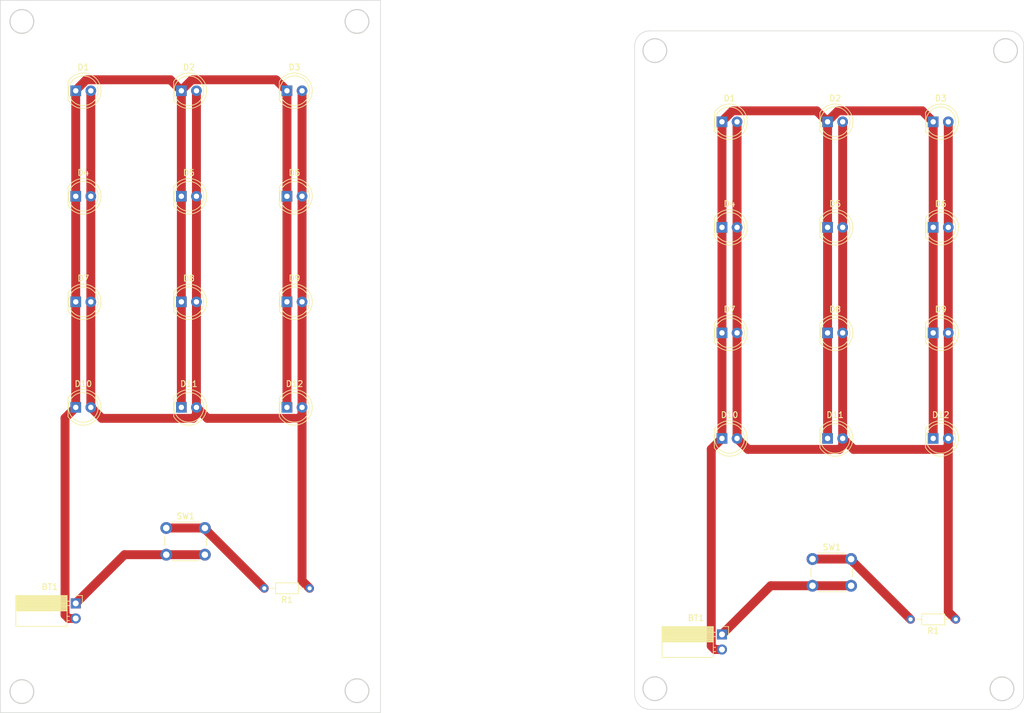
<source format=kicad_pcb>
(kicad_pcb (version 20221018) (generator pcbnew)
  (layers (0 "F.Cu" signal) (31 "B.Cu" signal) (34 "B.Paste" user) (35 "F.Paste" user) (36 "B.SilkS" user "B.Silkscreen") (37 "F.SilkS" user "F.Silkscreen") (38 "B.Mask" user) (39 "F.Mask" user) (44 "Edge.Cuts" user))
  (net 0 "")
  (net 1 "Net-(BT1-+)")
  (net 2 "Net-(BT1--)")
  (net 3 "Net-(D1-A)")
  (net 4 "Net-(R1-Pad2)")
  (footprint "LED_THT:LED_D5.0mm" (layer "F.Cu") (at 145.803949 82.950245)
    (fp_text reference "D12" (at 1.27 -3.96) (layer "F.SilkS"))
    (fp_text value "LED")
    (fp_line (start -1.29 -1.545) (end -1.29 1.545) (stroke (width 0.12)) (layer "F.SilkS"))
    (fp_arc (start -1.29 -1.54483) (mid 2.072002 -2.880433) (end 4.26 0.000462) (stroke (width 0.12)) (layer "F.SilkS"))
    (fp_arc (start 4.26 -0.000462) (mid 2.072002 2.880433) (end -1.29 1.54483) (stroke (width 0.12)) (layer "F.SilkS"))
    (fp_circle (center 1.27 0) (end 3.77 0) (stroke (width 0.12)) (fill none) (layer "F.SilkS"))
    (pad "1" thru_hole rect (at 0 0) (size 1.8 1.8) (drill 0.9) (layers "*.Cu" "*.Mask") (net 2 "Net-(BT1--)"))
    (pad "2" thru_hole circle (at 2.54 0) (size 1.8 1.8) (drill 0.9) (layers "*.Cu" "*.Mask") (net 3 "Net-(D1-A)"))
  )
  (footprint "Resistor_THT:R_Axial_DIN0204_L3.6mm_D1.6mm_P7.62mm_Horizontal" (layer "F.Cu") (at 40.820591 108.199114 180)
    (fp_text reference "R1" (at 3.81 -1.92) (layer "F.SilkS"))
    (fp_text value "R_Small")
    (fp_line (start 0.94 0) (end 1.89 0) (stroke (width 0.12)) (layer "F.SilkS"))
    (fp_line (start 1.89 -0.92) (end 1.89 0.92) (stroke (width 0.12)) (layer "F.SilkS"))
    (fp_line (start 1.89 0.92) (end 5.73 0.92) (stroke (width 0.12)) (layer "F.SilkS"))
    (fp_line (start 5.73 -0.92) (end 1.89 -0.92) (stroke (width 0.12)) (layer "F.SilkS"))
    (fp_line (start 5.73 0.92) (end 5.73 -0.92) (stroke (width 0.12)) (layer "F.SilkS"))
    (fp_line (start 6.68 0) (end 5.73 0) (stroke (width 0.12)) (layer "F.SilkS"))
    (pad "1" thru_hole circle (at 0 0 180) (size 1.4 1.4) (drill 0.7) (layers "*.Cu" "*.Mask") (net 3 "Net-(D1-A)"))
    (pad "2" thru_hole oval (at 7.62 0 180) (size 1.4 1.4) (drill 0.7) (layers "*.Cu" "*.Mask") (net 4 "Net-(R1-Pad2)"))
  )
  (footprint "LED_THT:LED_D5.0mm" (layer "F.Cu") (at 19.230591 59.939114)
    (fp_text reference "D8" (at 1.27 -3.96) (layer "F.SilkS"))
    (fp_text value "LED")
    (fp_line (start -1.29 -1.545) (end -1.29 1.545) (stroke (width 0.12)) (layer "F.SilkS"))
    (fp_arc (start -1.29 -1.54483) (mid 2.072002 -2.880433) (end 4.26 0.000462) (stroke (width 0.12)) (layer "F.SilkS"))
    (fp_arc (start 4.26 -0.000462) (mid 2.072002 2.880433) (end -1.29 1.54483) (stroke (width 0.12)) (layer "F.SilkS"))
    (fp_circle (center 1.27 0) (end 3.77 0) (stroke (width 0.12)) (fill none) (layer "F.SilkS"))
    (pad "1" thru_hole rect (at 0 0) (size 1.8 1.8) (drill 0.9) (layers "*.Cu" "*.Mask") (net 2 "Net-(BT1--)"))
    (pad "2" thru_hole circle (at 2.54 0) (size 1.8 1.8) (drill 0.9) (layers "*.Cu" "*.Mask") (net 3 "Net-(D1-A)"))
  )
  (footprint "Connector_PinSocket_2.54mm:PinSocket_1x02_P2.54mm_Horizontal" (layer "F.Cu") (at 110.243949 115.970245)
    (fp_text reference "BT1" (at -4.38 -2.77) (layer "F.SilkS"))
    (fp_text value "Battery")
    (fp_line (start -10.09 -1.33) (end -10.09 3.87) (stroke (width 0.12)) (layer "F.SilkS"))
    (fp_line (start -10.09 -1.33) (end -1.46 -1.33) (stroke (width 0.12)) (layer "F.SilkS"))
    (fp_line (start -10.09 -1.21) (end -1.46 -1.21) (stroke (width 0.12)) (layer "F.SilkS"))
    (fp_line (start -10.09 -1.091905) (end -1.46 -1.091905) (stroke (width 0.12)) (layer "F.SilkS"))
    (fp_line (start -10.09 -0.97381) (end -1.46 -0.97381) (stroke (width 0.12)) (layer "F.SilkS"))
    (fp_line (start -10.09 -0.855715) (end -1.46 -0.855715) (stroke (width 0.12)) (layer "F.SilkS"))
    (fp_line (start -10.09 -0.73762) (end -1.46 -0.73762) (stroke (width 0.12)) (layer "F.SilkS"))
    (fp_line (start -10.09 -0.619525) (end -1.46 -0.619525) (stroke (width 0.12)) (layer "F.SilkS"))
    (fp_line (start -10.09 -0.50143) (end -1.46 -0.50143) (stroke (width 0.12)) (layer "F.SilkS"))
    (fp_line (start -10.09 -0.383335) (end -1.46 -0.383335) (stroke (width 0.12)) (layer "F.SilkS"))
    (fp_line (start -10.09 -0.26524) (end -1.46 -0.26524) (stroke (width 0.12)) (layer "F.SilkS"))
    (fp_line (start -10.09 -0.147145) (end -1.46 -0.147145) (stroke (width 0.12)) (layer "F.SilkS"))
    (fp_line (start -10.09 -0.02905) (end -1.46 -0.02905) (stroke (width 0.12)) (layer "F.SilkS"))
    (fp_line (start -10.09 0.089045) (end -1.46 0.089045) (stroke (width 0.12)) (layer "F.SilkS"))
    (fp_line (start -10.09 0.20714) (end -1.46 0.20714) (stroke (width 0.12)) (layer "F.SilkS"))
    (fp_line (start -10.09 0.325235) (end -1.46 0.325235) (stroke (width 0.12)) (layer "F.SilkS"))
    (fp_line (start -10.09 0.44333) (end -1.46 0.44333) (stroke (width 0.12)) (layer "F.SilkS"))
    (fp_line (start -10.09 0.561425) (end -1.46 0.561425) (stroke (width 0.12)) (layer "F.SilkS"))
    (fp_line (start -10.09 0.67952) (end -1.46 0.67952) (stroke (width 0.12)) (layer "F.SilkS"))
    (fp_line (start -10.09 0.797615) (end -1.46 0.797615) (stroke (width 0.12)) (layer "F.SilkS"))
    (fp_line (start -10.09 0.91571) (end -1.46 0.91571) (stroke (width 0.12)) (layer "F.SilkS"))
    (fp_line (start -10.09 1.033805) (end -1.46 1.033805) (stroke (width 0.12)) (layer "F.SilkS"))
    (fp_line (start -10.09 1.1519) (end -1.46 1.1519) (stroke (width 0.12)) (layer "F.SilkS"))
    (fp_line (start -10.09 1.27) (end -1.46 1.27) (stroke (width 0.12)) (layer "F.SilkS"))
    (fp_line (start -10.09 3.87) (end -1.46 3.87) (stroke (width 0.12)) (layer "F.SilkS"))
    (fp_line (start -1.46 -1.33) (end -1.46 3.87) (stroke (width 0.12)) (layer "F.SilkS"))
    (fp_line (start -1.46 -0.36) (end -1.11 -0.36) (stroke (width 0.12)) (layer "F.SilkS"))
    (fp_line (start -1.46 0.36) (end -1.11 0.36) (stroke (width 0.12)) (layer "F.SilkS"))
    (fp_line (start -1.46 2.18) (end -1.05 2.18) (stroke (width 0.12)) (layer "F.SilkS"))
    (fp_line (start -1.46 2.9) (end -1.05 2.9) (stroke (width 0.12)) (layer "F.SilkS"))
    (fp_line (start 0 -1.33) (end 1.11 -1.33) (stroke (width 0.12)) (layer "F.SilkS"))
    (fp_line (start 1.11 -1.33) (end 1.11 0) (stroke (width 0.12)) (layer "F.SilkS"))
    (pad "1" thru_hole rect (at 0 0) (size 1.7 1.7) (drill 1) (layers "*.Cu" "*.Mask") (net 1 "Net-(BT1-+)"))
    (pad "2" thru_hole oval (at 0 2.54) (size 1.7 1.7) (drill 1) (layers "*.Cu" "*.Mask") (net 2 "Net-(BT1--)"))
  )
  (footprint "Resistor_THT:R_Axial_DIN0204_L3.6mm_D1.6mm_P7.62mm_Horizontal" (layer "F.Cu") (at 149.613949 113.430245 180)
    (fp_text reference "R1" (at 3.81 -1.92) (layer "F.SilkS"))
    (fp_text value "R_Small")
    (fp_line (start 0.94 0) (end 1.89 0) (stroke (width 0.12)) (layer "F.SilkS"))
    (fp_line (start 1.89 -0.92) (end 1.89 0.92) (stroke (width 0.12)) (layer "F.SilkS"))
    (fp_line (start 1.89 0.92) (end 5.73 0.92) (stroke (width 0.12)) (layer "F.SilkS"))
    (fp_line (start 5.73 -0.92) (end 1.89 -0.92) (stroke (width 0.12)) (layer "F.SilkS"))
    (fp_line (start 5.73 0.92) (end 5.73 -0.92) (stroke (width 0.12)) (layer "F.SilkS"))
    (fp_line (start 6.68 0) (end 5.73 0) (stroke (width 0.12)) (layer "F.SilkS"))
    (pad "1" thru_hole circle (at 0 0 180) (size 1.4 1.4) (drill 0.7) (layers "*.Cu" "*.Mask") (net 3 "Net-(D1-A)"))
    (pad "2" thru_hole oval (at 7.62 0 180) (size 1.4 1.4) (drill 0.7) (layers "*.Cu" "*.Mask") (net 4 "Net-(R1-Pad2)"))
  )
  (footprint "Button_Switch_THT:SW_PUSH_6mm" (layer "F.Cu") (at 125.483949 103.270245)
    (fp_text reference "SW1" (at 3.25 -2) (layer "F.SilkS"))
    (fp_text value "SW_Push")
    (fp_line (start -0.25 1.5) (end -0.25 3) (stroke (width 0.12)) (layer "F.SilkS"))
    (fp_line (start 1 5.5) (end 5.5 5.5) (stroke (width 0.12)) (layer "F.SilkS"))
    (fp_line (start 5.5 -1) (end 1 -1) (stroke (width 0.12)) (layer "F.SilkS"))
    (fp_line (start 6.75 3) (end 6.75 1.5) (stroke (width 0.12)) (layer "F.SilkS"))
    (pad "1" thru_hole circle (at 0 0 90) (size 2 2) (drill 1.1) (layers "*.Cu" "*.Mask") (net 4 "Net-(R1-Pad2)"))
    (pad "1" thru_hole circle (at 6.5 0 90) (size 2 2) (drill 1.1) (layers "*.Cu" "*.Mask") (net 4 "Net-(R1-Pad2)"))
    (pad "2" thru_hole circle (at 0 4.5 90) (size 2 2) (drill 1.1) (layers "*.Cu" "*.Mask") (net 1 "Net-(BT1-+)"))
    (pad "2" thru_hole circle (at 6.5 4.5 90) (size 2 2) (drill 1.1) (layers "*.Cu" "*.Mask") (net 1 "Net-(BT1-+)"))
  )
  (footprint "Button_Switch_THT:SW_PUSH_6mm" (layer "F.Cu") (at 16.690591 98.039114)
    (fp_text reference "SW1" (at 3.25 -2) (layer "F.SilkS"))
    (fp_text value "SW_Push")
    (fp_line (start -0.25 1.5) (end -0.25 3) (stroke (width 0.12)) (layer "F.SilkS"))
    (fp_line (start 1 5.5) (end 5.5 5.5) (stroke (width 0.12)) (layer "F.SilkS"))
    (fp_line (start 5.5 -1) (end 1 -1) (stroke (width 0.12)) (layer "F.SilkS"))
    (fp_line (start 6.75 3) (end 6.75 1.5) (stroke (width 0.12)) (layer "F.SilkS"))
    (pad "1" thru_hole circle (at 0 0 90) (size 2 2) (drill 1.1) (layers "*.Cu" "*.Mask") (net 4 "Net-(R1-Pad2)"))
    (pad "1" thru_hole circle (at 6.5 0 90) (size 2 2) (drill 1.1) (layers "*.Cu" "*.Mask") (net 4 "Net-(R1-Pad2)"))
    (pad "2" thru_hole circle (at 0 4.5 90) (size 2 2) (drill 1.1) (layers "*.Cu" "*.Mask") (net 1 "Net-(BT1-+)"))
    (pad "2" thru_hole circle (at 6.5 4.5 90) (size 2 2) (drill 1.1) (layers "*.Cu" "*.Mask") (net 1 "Net-(BT1-+)"))
  )
  (footprint "LED_THT:LED_D5.0mm" (layer "F.Cu") (at 145.803949 47.390245)
    (fp_text reference "D6" (at 1.27 -3.96) (layer "F.SilkS"))
    (fp_text value "LED")
    (fp_line (start -1.29 -1.545) (end -1.29 1.545) (stroke (width 0.12)) (layer "F.SilkS"))
    (fp_arc (start -1.29 -1.54483) (mid 2.072002 -2.880433) (end 4.26 0.000462) (stroke (width 0.12)) (layer "F.SilkS"))
    (fp_arc (start 4.26 -0.000462) (mid 2.072002 2.880433) (end -1.29 1.54483) (stroke (width 0.12)) (layer "F.SilkS"))
    (fp_circle (center 1.27 0) (end 3.77 0) (stroke (width 0.12)) (fill none) (layer "F.SilkS"))
    (pad "1" thru_hole rect (at 0 0) (size 1.8 1.8) (drill 0.9) (layers "*.Cu" "*.Mask") (net 2 "Net-(BT1--)"))
    (pad "2" thru_hole circle (at 2.54 0) (size 1.8 1.8) (drill 0.9) (layers "*.Cu" "*.Mask") (net 3 "Net-(D1-A)"))
  )
  (footprint "LED_THT:LED_D5.0mm" (layer "F.Cu") (at 145.803949 29.610245)
    (fp_text reference "D3" (at 1.27 -3.96) (layer "F.SilkS"))
    (fp_text value "LED")
    (fp_line (start -1.29 -1.545) (end -1.29 1.545) (stroke (width 0.12)) (layer "F.SilkS"))
    (fp_arc (start -1.29 -1.54483) (mid 2.072002 -2.880433) (end 4.26 0.000462) (stroke (width 0.12)) (layer "F.SilkS"))
    (fp_arc (start 4.26 -0.000462) (mid 2.072002 2.880433) (end -1.29 1.54483) (stroke (width 0.12)) (layer "F.SilkS"))
    (fp_circle (center 1.27 0) (end 3.77 0) (stroke (width 0.12)) (fill none) (layer "F.SilkS"))
    (pad "1" thru_hole rect (at 0 0) (size 1.8 1.8) (drill 0.9) (layers "*.Cu" "*.Mask") (net 2 "Net-(BT1--)"))
    (pad "2" thru_hole circle (at 2.54 0) (size 1.8 1.8) (drill 0.9) (layers "*.Cu" "*.Mask") (net 3 "Net-(D1-A)"))
  )
  (footprint "LED_THT:LED_D5.0mm" (layer "F.Cu") (at 145.803949 65.170245)
    (fp_text reference "D9" (at 1.27 -3.96) (layer "F.SilkS"))
    (fp_text value "LED")
    (fp_line (start -1.29 -1.545) (end -1.29 1.545) (stroke (width 0.12)) (layer "F.SilkS"))
    (fp_arc (start -1.29 -1.54483) (mid 2.072002 -2.880433) (end 4.26 0.000462) (stroke (width 0.12)) (layer "F.SilkS"))
    (fp_arc (start 4.26 -0.000462) (mid 2.072002 2.880433) (end -1.29 1.54483) (stroke (width 0.12)) (layer "F.SilkS"))
    (fp_circle (center 1.27 0) (end 3.77 0) (stroke (width 0.12)) (fill none) (layer "F.SilkS"))
    (pad "1" thru_hole rect (at 0 0) (size 1.8 1.8) (drill 0.9) (layers "*.Cu" "*.Mask") (net 2 "Net-(BT1--)"))
    (pad "2" thru_hole circle (at 2.54 0) (size 1.8 1.8) (drill 0.9) (layers "*.Cu" "*.Mask") (net 3 "Net-(D1-A)"))
  )
  (footprint "LED_THT:LED_D5.0mm" (layer "F.Cu") (at 1.450591 24.379114)
    (fp_text reference "D1" (at 1.27 -3.96) (layer "F.SilkS"))
    (fp_text value "LED")
    (fp_line (start -1.29 -1.545) (end -1.29 1.545) (stroke (width 0.12)) (layer "F.SilkS"))
    (fp_arc (start -1.29 -1.54483) (mid 2.072002 -2.880433) (end 4.26 0.000462) (stroke (width 0.12)) (layer "F.SilkS"))
    (fp_arc (start 4.26 -0.000462) (mid 2.072002 2.880433) (end -1.29 1.54483) (stroke (width 0.12)) (layer "F.SilkS"))
    (fp_circle (center 1.27 0) (end 3.77 0) (stroke (width 0.12)) (fill none) (layer "F.SilkS"))
    (pad "1" thru_hole rect (at 0 0) (size 1.8 1.8) (drill 0.9) (layers "*.Cu" "*.Mask") (net 2 "Net-(BT1--)"))
    (pad "2" thru_hole circle (at 2.54 0) (size 1.8 1.8) (drill 0.9) (layers "*.Cu" "*.Mask") (net 3 "Net-(D1-A)"))
  )
  (footprint "LED_THT:LED_D5.0mm" (layer "F.Cu") (at 128.023949 47.390245)
    (fp_text reference "D5" (at 1.27 -3.96) (layer "F.SilkS"))
    (fp_text value "LED")
    (fp_line (start -1.29 -1.545) (end -1.29 1.545) (stroke (width 0.12)) (layer "F.SilkS"))
    (fp_arc (start -1.29 -1.54483) (mid 2.072002 -2.880433) (end 4.26 0.000462) (stroke (width 0.12)) (layer "F.SilkS"))
    (fp_arc (start 4.26 -0.000462) (mid 2.072002 2.880433) (end -1.29 1.54483) (stroke (width 0.12)) (layer "F.SilkS"))
    (fp_circle (center 1.27 0) (end 3.77 0) (stroke (width 0.12)) (fill none) (layer "F.SilkS"))
    (pad "1" thru_hole rect (at 0 0) (size 1.8 1.8) (drill 0.9) (layers "*.Cu" "*.Mask") (net 2 "Net-(BT1--)"))
    (pad "2" thru_hole circle (at 2.54 0) (size 1.8 1.8) (drill 0.9) (layers "*.Cu" "*.Mask") (net 3 "Net-(D1-A)"))
  )
  (footprint "LED_THT:LED_D5.0mm" (layer "F.Cu") (at 128.023949 82.950245)
    (fp_text reference "D11" (at 1.27 -3.96) (layer "F.SilkS"))
    (fp_text value "LED")
    (fp_line (start -1.29 -1.545) (end -1.29 1.545) (stroke (width 0.12)) (layer "F.SilkS"))
    (fp_arc (start -1.29 -1.54483) (mid 2.072002 -2.880433) (end 4.26 0.000462) (stroke (width 0.12)) (layer "F.SilkS"))
    (fp_arc (start 4.26 -0.000462) (mid 2.072002 2.880433) (end -1.29 1.54483) (stroke (width 0.12)) (layer "F.SilkS"))
    (fp_circle (center 1.27 0) (end 3.77 0) (stroke (width 0.12)) (fill none) (layer "F.SilkS"))
    (pad "1" thru_hole rect (at 0 0) (size 1.8 1.8) (drill 0.9) (layers "*.Cu" "*.Mask") (net 2 "Net-(BT1--)"))
    (pad "2" thru_hole circle (at 2.54 0) (size 1.8 1.8) (drill 0.9) (layers "*.Cu" "*.Mask") (net 3 "Net-(D1-A)"))
  )
  (footprint "LED_THT:LED_D5.0mm" (layer "F.Cu") (at 19.230591 24.379114)
    (fp_text reference "D2" (at 1.27 -3.96) (layer "F.SilkS"))
    (fp_text value "LED")
    (fp_line (start -1.29 -1.545) (end -1.29 1.545) (stroke (width 0.12)) (layer "F.SilkS"))
    (fp_arc (start -1.29 -1.54483) (mid 2.072002 -2.880433) (end 4.26 0.000462) (stroke (width 0.12)) (layer "F.SilkS"))
    (fp_arc (start 4.26 -0.000462) (mid 2.072002 2.880433) (end -1.29 1.54483) (stroke (width 0.12)) (layer "F.SilkS"))
    (fp_circle (center 1.27 0) (end 3.77 0) (stroke (width 0.12)) (fill none) (layer "F.SilkS"))
    (pad "1" thru_hole rect (at 0 0) (size 1.8 1.8) (drill 0.9) (layers "*.Cu" "*.Mask") (net 2 "Net-(BT1--)"))
    (pad "2" thru_hole circle (at 2.54 0) (size 1.8 1.8) (drill 0.9) (layers "*.Cu" "*.Mask") (net 3 "Net-(D1-A)"))
  )
  (footprint "LED_THT:LED_D5.0mm" (layer "F.Cu") (at 128.023949 29.610245)
    (fp_text reference "D2" (at 1.27 -3.96) (layer "F.SilkS"))
    (fp_text value "LED")
    (fp_line (start -1.29 -1.545) (end -1.29 1.545) (stroke (width 0.12)) (layer "F.SilkS"))
    (fp_arc (start -1.29 -1.54483) (mid 2.072002 -2.880433) (end 4.26 0.000462) (stroke (width 0.12)) (layer "F.SilkS"))
    (fp_arc (start 4.26 -0.000462) (mid 2.072002 2.880433) (end -1.29 1.54483) (stroke (width 0.12)) (layer "F.SilkS"))
    (fp_circle (center 1.27 0) (end 3.77 0) (stroke (width 0.12)) (fill none) (layer "F.SilkS"))
    (pad "1" thru_hole rect (at 0 0) (size 1.8 1.8) (drill 0.9) (layers "*.Cu" "*.Mask") (net 2 "Net-(BT1--)"))
    (pad "2" thru_hole circle (at 2.54 0) (size 1.8 1.8) (drill 0.9) (layers "*.Cu" "*.Mask") (net 3 "Net-(D1-A)"))
  )
  (footprint "LED_THT:LED_D5.0mm" (layer "F.Cu") (at 110.243949 82.950245)
    (fp_text reference "D10" (at 1.27 -3.96) (layer "F.SilkS"))
    (fp_text value "LED")
    (fp_line (start -1.29 -1.545) (end -1.29 1.545) (stroke (width 0.12)) (layer "F.SilkS"))
    (fp_arc (start -1.29 -1.54483) (mid 2.072002 -2.880433) (end 4.26 0.000462) (stroke (width 0.12)) (layer "F.SilkS"))
    (fp_arc (start 4.26 -0.000462) (mid 2.072002 2.880433) (end -1.29 1.54483) (stroke (width 0.12)) (layer "F.SilkS"))
    (fp_circle (center 1.27 0) (end 3.77 0) (stroke (width 0.12)) (fill none) (layer "F.SilkS"))
    (pad "1" thru_hole rect (at 0 0) (size 1.8 1.8) (drill 0.9) (layers "*.Cu" "*.Mask") (net 2 "Net-(BT1--)"))
    (pad "2" thru_hole circle (at 2.54 0) (size 1.8 1.8) (drill 0.9) (layers "*.Cu" "*.Mask") (net 3 "Net-(D1-A)"))
  )
  (footprint "LED_THT:LED_D5.0mm" (layer "F.Cu") (at 1.450591 42.159114)
    (fp_text reference "D4" (at 1.27 -3.96) (layer "F.SilkS"))
    (fp_text value "LED")
    (fp_line (start -1.29 -1.545) (end -1.29 1.545) (stroke (width 0.12)) (layer "F.SilkS"))
    (fp_arc (start -1.29 -1.54483) (mid 2.072002 -2.880433) (end 4.26 0.000462) (stroke (width 0.12)) (layer "F.SilkS"))
    (fp_arc (start 4.26 -0.000462) (mid 2.072002 2.880433) (end -1.29 1.54483) (stroke (width 0.12)) (layer "F.SilkS"))
    (fp_circle (center 1.27 0) (end 3.77 0) (stroke (width 0.12)) (fill none) (layer "F.SilkS"))
    (pad "1" thru_hole rect (at 0 0) (size 1.8 1.8) (drill 0.9) (layers "*.Cu" "*.Mask") (net 2 "Net-(BT1--)"))
    (pad "2" thru_hole circle (at 2.54 0) (size 1.8 1.8) (drill 0.9) (layers "*.Cu" "*.Mask") (net 3 "Net-(D1-A)"))
  )
  (footprint "LED_THT:LED_D5.0mm" (layer "F.Cu") (at 37.010591 42.159114)
    (fp_text reference "D6" (at 1.27 -3.96) (layer "F.SilkS"))
    (fp_text value "LED")
    (fp_line (start -1.29 -1.545) (end -1.29 1.545) (stroke (width 0.12)) (layer "F.SilkS"))
    (fp_arc (start -1.29 -1.54483) (mid 2.072002 -2.880433) (end 4.26 0.000462) (stroke (width 0.12)) (layer "F.SilkS"))
    (fp_arc (start 4.26 -0.000462) (mid 2.072002 2.880433) (end -1.29 1.54483) (stroke (width 0.12)) (layer "F.SilkS"))
    (fp_circle (center 1.27 0) (end 3.77 0) (stroke (width 0.12)) (fill none) (layer "F.SilkS"))
    (pad "1" thru_hole rect (at 0 0) (size 1.8 1.8) (drill 0.9) (layers "*.Cu" "*.Mask") (net 2 "Net-(BT1--)"))
    (pad "2" thru_hole circle (at 2.54 0) (size 1.8 1.8) (drill 0.9) (layers "*.Cu" "*.Mask") (net 3 "Net-(D1-A)"))
  )
  (footprint "LED_THT:LED_D5.0mm" (layer "F.Cu") (at 37.010591 77.719114)
    (fp_text reference "D12" (at 1.27 -3.96) (layer "F.SilkS"))
    (fp_text value "LED")
    (fp_line (start -1.29 -1.545) (end -1.29 1.545) (stroke (width 0.12)) (layer "F.SilkS"))
    (fp_arc (start -1.29 -1.54483) (mid 2.072002 -2.880433) (end 4.26 0.000462) (stroke (width 0.12)) (layer "F.SilkS"))
    (fp_arc (start 4.26 -0.000462) (mid 2.072002 2.880433) (end -1.29 1.54483) (stroke (width 0.12)) (layer "F.SilkS"))
    (fp_circle (center 1.27 0) (end 3.77 0) (stroke (width 0.12)) (fill none) (layer "F.SilkS"))
    (pad "1" thru_hole rect (at 0 0) (size 1.8 1.8) (drill 0.9) (layers "*.Cu" "*.Mask") (net 2 "Net-(BT1--)"))
    (pad "2" thru_hole circle (at 2.54 0) (size 1.8 1.8) (drill 0.9) (layers "*.Cu" "*.Mask") (net 3 "Net-(D1-A)"))
  )
  (footprint "LED_THT:LED_D5.0mm" (layer "F.Cu") (at 37.010591 59.939114)
    (fp_text reference "D9" (at 1.27 -3.96) (layer "F.SilkS"))
    (fp_text value "LED")
    (fp_line (start -1.29 -1.545) (end -1.29 1.545) (stroke (width 0.12)) (layer "F.SilkS"))
    (fp_arc (start -1.29 -1.54483) (mid 2.072002 -2.880433) (end 4.26 0.000462) (stroke (width 0.12)) (layer "F.SilkS"))
    (fp_arc (start 4.26 -0.000462) (mid 2.072002 2.880433) (end -1.29 1.54483) (stroke (width 0.12)) (layer "F.SilkS"))
    (fp_circle (center 1.27 0) (end 3.77 0) (stroke (width 0.12)) (fill none) (layer "F.SilkS"))
    (pad "1" thru_hole rect (at 0 0) (size 1.8 1.8) (drill 0.9) (layers "*.Cu" "*.Mask") (net 2 "Net-(BT1--)"))
    (pad "2" thru_hole circle (at 2.54 0) (size 1.8 1.8) (drill 0.9) (layers "*.Cu" "*.Mask") (net 3 "Net-(D1-A)"))
  )
  (footprint "LED_THT:LED_D5.0mm" (layer "F.Cu") (at 19.230591 42.159114)
    (fp_text reference "D5" (at 1.27 -3.96) (layer "F.SilkS"))
    (fp_text value "LED")
    (fp_line (start -1.29 -1.545) (end -1.29 1.545) (stroke (width 0.12)) (layer "F.SilkS"))
    (fp_arc (start -1.29 -1.54483) (mid 2.072002 -2.880433) (end 4.26 0.000462) (stroke (width 0.12)) (layer "F.SilkS"))
    (fp_arc (start 4.26 -0.000462) (mid 2.072002 2.880433) (end -1.29 1.54483) (stroke (width 0.12)) (layer "F.SilkS"))
    (fp_circle (center 1.27 0) (end 3.77 0) (stroke (width 0.12)) (fill none) (layer "F.SilkS"))
    (pad "1" thru_hole rect (at 0 0) (size 1.8 1.8) (drill 0.9) (layers "*.Cu" "*.Mask") (net 2 "Net-(BT1--)"))
    (pad "2" thru_hole circle (at 2.54 0) (size 1.8 1.8) (drill 0.9) (layers "*.Cu" "*.Mask") (net 3 "Net-(D1-A)"))
  )
  (footprint "LED_THT:LED_D5.0mm" (layer "F.Cu") (at 110.243949 29.610245)
    (fp_text reference "D1" (at 1.27 -3.96) (layer "F.SilkS"))
    (fp_text value "LED")
    (fp_line (start -1.29 -1.545) (end -1.29 1.545) (stroke (width 0.12)) (layer "F.SilkS"))
    (fp_arc (start -1.29 -1.54483) (mid 2.072002 -2.880433) (end 4.26 0.000462) (stroke (width 0.12)) (layer "F.SilkS"))
    (fp_arc (start 4.26 -0.000462) (mid 2.072002 2.880433) (end -1.29 1.54483) (stroke (width 0.12)) (layer "F.SilkS"))
    (fp_circle (center 1.27 0) (end 3.77 0) (stroke (width 0.12)) (fill none) (layer "F.SilkS"))
    (pad "1" thru_hole rect (at 0 0) (size 1.8 1.8) (drill 0.9) (layers "*.Cu" "*.Mask") (net 2 "Net-(BT1--)"))
    (pad "2" thru_hole circle (at 2.54 0) (size 1.8 1.8) (drill 0.9) (layers "*.Cu" "*.Mask") (net 3 "Net-(D1-A)"))
  )
  (footprint "LED_THT:LED_D5.0mm" (layer "F.Cu") (at 1.450591 77.719114)
    (fp_text reference "D10" (at 1.27 -3.96) (layer "F.SilkS"))
    (fp_text value "LED")
    (fp_line (start -1.29 -1.545) (end -1.29 1.545) (stroke (width 0.12)) (layer "F.SilkS"))
    (fp_arc (start -1.29 -1.54483) (mid 2.072002 -2.880433) (end 4.26 0.000462) (stroke (width 0.12)) (layer "F.SilkS"))
    (fp_arc (start 4.26 -0.000462) (mid 2.072002 2.880433) (end -1.29 1.54483) (stroke (width 0.12)) (layer "F.SilkS"))
    (fp_circle (center 1.27 0) (end 3.77 0) (stroke (width 0.12)) (fill none) (layer "F.SilkS"))
    (pad "1" thru_hole rect (at 0 0) (size 1.8 1.8) (drill 0.9) (layers "*.Cu" "*.Mask") (net 2 "Net-(BT1--)"))
    (pad "2" thru_hole circle (at 2.54 0) (size 1.8 1.8) (drill 0.9) (layers "*.Cu" "*.Mask") (net 3 "Net-(D1-A)"))
  )
  (footprint "LED_THT:LED_D5.0mm" (layer "F.Cu") (at 1.450591 59.939114)
    (fp_text reference "D7" (at 1.27 -3.96) (layer "F.SilkS"))
    (fp_text value "LED")
    (fp_line (start -1.29 -1.545) (end -1.29 1.545) (stroke (width 0.12)) (layer "F.SilkS"))
    (fp_arc (start -1.29 -1.54483) (mid 2.072002 -2.880433) (end 4.26 0.000462) (stroke (width 0.12)) (layer "F.SilkS"))
    (fp_arc (start 4.26 -0.000462) (mid 2.072002 2.880433) (end -1.29 1.54483) (stroke (width 0.12)) (layer "F.SilkS"))
    (fp_circle (center 1.27 0) (end 3.77 0) (stroke (width 0.12)) (fill none) (layer "F.SilkS"))
    (pad "1" thru_hole rect (at 0 0) (size 1.8 1.8) (drill 0.9) (layers "*.Cu" "*.Mask") (net 2 "Net-(BT1--)"))
    (pad "2" thru_hole circle (at 2.54 0) (size 1.8 1.8) (drill 0.9) (layers "*.Cu" "*.Mask") (net 3 "Net-(D1-A)"))
  )
  (footprint "LED_THT:LED_D5.0mm" (layer "F.Cu") (at 19.230591 77.719114)
    (fp_text reference "D11" (at 1.27 -3.96) (layer "F.SilkS"))
    (fp_text value "LED")
    (fp_line (start -1.29 -1.545) (end -1.29 1.545) (stroke (width 0.12)) (layer "F.SilkS"))
    (fp_arc (start -1.29 -1.54483) (mid 2.072002 -2.880433) (end 4.26 0.000462) (stroke (width 0.12)) (layer "F.SilkS"))
    (fp_arc (start 4.26 -0.000462) (mid 2.072002 2.880433) (end -1.29 1.54483) (stroke (width 0.12)) (layer "F.SilkS"))
    (fp_circle (center 1.27 0) (end 3.77 0) (stroke (width 0.12)) (fill none) (layer "F.SilkS"))
    (pad "1" thru_hole rect (at 0 0) (size 1.8 1.8) (drill 0.9) (layers "*.Cu" "*.Mask") (net 2 "Net-(BT1--)"))
    (pad "2" thru_hole circle (at 2.54 0) (size 1.8 1.8) (drill 0.9) (layers "*.Cu" "*.Mask") (net 3 "Net-(D1-A)"))
  )
  (footprint "LED_THT:LED_D5.0mm" (layer "F.Cu") (at 37.010591 24.379114)
    (fp_text reference "D3" (at 1.27 -3.96) (layer "F.SilkS"))
    (fp_text value "LED")
    (fp_line (start -1.29 -1.545) (end -1.29 1.545) (stroke (width 0.12)) (layer "F.SilkS"))
    (fp_arc (start -1.29 -1.54483) (mid 2.072002 -2.880433) (end 4.26 0.000462) (stroke (width 0.12)) (layer "F.SilkS"))
    (fp_arc (start 4.26 -0.000462) (mid 2.072002 2.880433) (end -1.29 1.54483) (stroke (width 0.12)) (layer "F.SilkS"))
    (fp_circle (center 1.27 0) (end 3.77 0) (stroke (width 0.12)) (fill none) (layer "F.SilkS"))
    (pad "1" thru_hole rect (at 0 0) (size 1.8 1.8) (drill 0.9) (layers "*.Cu" "*.Mask") (net 2 "Net-(BT1--)"))
    (pad "2" thru_hole circle (at 2.54 0) (size 1.8 1.8) (drill 0.9) (layers "*.Cu" "*.Mask") (net 3 "Net-(D1-A)"))
  )
  (footprint "LED_THT:LED_D5.0mm" (layer "F.Cu") (at 110.243949 65.170245)
    (fp_text reference "D7" (at 1.27 -3.96) (layer "F.SilkS"))
    (fp_text value "LED")
    (fp_line (start -1.29 -1.545) (end -1.29 1.545) (stroke (width 0.12)) (layer "F.SilkS"))
    (fp_arc (start -1.29 -1.54483) (mid 2.072002 -2.880433) (end 4.26 0.000462) (stroke (width 0.12)) (layer "F.SilkS"))
    (fp_arc (start 4.26 -0.000462) (mid 2.072002 2.880433) (end -1.29 1.54483) (stroke (width 0.12)) (layer "F.SilkS"))
    (fp_circle (center 1.27 0) (end 3.77 0) (stroke (width 0.12)) (fill none) (layer "F.SilkS"))
    (pad "1" thru_hole rect (at 0 0) (size 1.8 1.8) (drill 0.9) (layers "*.Cu" "*.Mask") (net 2 "Net-(BT1--)"))
    (pad "2" thru_hole circle (at 2.54 0) (size 1.8 1.8) (drill 0.9) (layers "*.Cu" "*.Mask") (net 3 "Net-(D1-A)"))
  )
  (footprint "LED_THT:LED_D5.0mm" (layer "F.Cu") (at 110.243949 47.390245)
    (fp_text reference "D4" (at 1.27 -3.96) (layer "F.SilkS"))
    (fp_text value "LED")
    (fp_line (start -1.29 -1.545) (end -1.29 1.545) (stroke (width 0.12)) (layer "F.SilkS"))
    (fp_arc (start -1.29 -1.54483) (mid 2.072002 -2.880433) (end 4.26 0.000462) (stroke (width 0.12)) (layer "F.SilkS"))
    (fp_arc (start 4.26 -0.000462) (mid 2.072002 2.880433) (end -1.29 1.54483) (stroke (width 0.12)) (layer "F.SilkS"))
    (fp_circle (center 1.27 0) (end 3.77 0) (stroke (width 0.12)) (fill none) (layer "F.SilkS"))
    (pad "1" thru_hole rect (at 0 0) (size 1.8 1.8) (drill 0.9) (layers "*.Cu" "*.Mask") (net 2 "Net-(BT1--)"))
    (pad "2" thru_hole circle (at 2.54 0) (size 1.8 1.8) (drill 0.9) (layers "*.Cu" "*.Mask") (net 3 "Net-(D1-A)"))
  )
  (footprint "LED_THT:LED_D5.0mm" (layer "F.Cu") (at 128.023949 65.170245)
    (fp_text reference "D8" (at 1.27 -3.96) (layer "F.SilkS"))
    (fp_text value "LED")
    (fp_line (start -1.29 -1.545) (end -1.29 1.545) (stroke (width 0.12)) (layer "F.SilkS"))
    (fp_arc (start -1.29 -1.54483) (mid 2.072002 -2.880433) (end 4.26 0.000462) (stroke (width 0.12)) (layer "F.SilkS"))
    (fp_arc (start 4.26 -0.000462) (mid 2.072002 2.880433) (end -1.29 1.54483) (stroke (width 0.12)) (layer "F.SilkS"))
    (fp_circle (center 1.27 0) (end 3.77 0) (stroke (width 0.12)) (fill none) (layer "F.SilkS"))
    (pad "1" thru_hole rect (at 0 0) (size 1.8 1.8) (drill 0.9) (layers "*.Cu" "*.Mask") (net 2 "Net-(BT1--)"))
    (pad "2" thru_hole circle (at 2.54 0) (size 1.8 1.8) (drill 0.9) (layers "*.Cu" "*.Mask") (net 3 "Net-(D1-A)"))
  )
  (footprint "Connector_PinSocket_2.54mm:PinSocket_1x02_P2.54mm_Horizontal" (layer "F.Cu") (at 1.450591 110.739114)
    (fp_text reference "BT1" (at -4.38 -2.77) (layer "F.SilkS"))
    (fp_text value "Battery")
    (fp_line (start -10.09 -1.33) (end -10.09 3.87) (stroke (width 0.12)) (layer "F.SilkS"))
    (fp_line (start -10.09 -1.33) (end -1.46 -1.33) (stroke (width 0.12)) (layer "F.SilkS"))
    (fp_line (start -10.09 -1.21) (end -1.46 -1.21) (stroke (width 0.12)) (layer "F.SilkS"))
    (fp_line (start -10.09 -1.091905) (end -1.46 -1.091905) (stroke (width 0.12)) (layer "F.SilkS"))
    (fp_line (start -10.09 -0.97381) (end -1.46 -0.97381) (stroke (width 0.12)) (layer "F.SilkS"))
    (fp_line (start -10.09 -0.855715) (end -1.46 -0.855715) (stroke (width 0.12)) (layer "F.SilkS"))
    (fp_line (start -10.09 -0.73762) (end -1.46 -0.73762) (stroke (width 0.12)) (layer "F.SilkS"))
    (fp_line (start -10.09 -0.619525) (end -1.46 -0.619525) (stroke (width 0.12)) (layer "F.SilkS"))
    (fp_line (start -10.09 -0.50143) (end -1.46 -0.50143) (stroke (width 0.12)) (layer "F.SilkS"))
    (fp_line (start -10.09 -0.383335) (end -1.46 -0.383335) (stroke (width 0.12)) (layer "F.SilkS"))
    (fp_line (start -10.09 -0.26524) (end -1.46 -0.26524) (stroke (width 0.12)) (layer "F.SilkS"))
    (fp_line (start -10.09 -0.147145) (end -1.46 -0.147145) (stroke (width 0.12)) (layer "F.SilkS"))
    (fp_line (start -10.09 -0.02905) (end -1.46 -0.02905) (stroke (width 0.12)) (layer "F.SilkS"))
    (fp_line (start -10.09 0.089045) (end -1.46 0.089045) (stroke (width 0.12)) (layer "F.SilkS"))
    (fp_line (start -10.09 0.20714) (end -1.46 0.20714) (stroke (width 0.12)) (layer "F.SilkS"))
    (fp_line (start -10.09 0.325235) (end -1.46 0.325235) (stroke (width 0.12)) (layer "F.SilkS"))
    (fp_line (start -10.09 0.44333) (end -1.46 0.44333) (stroke (width 0.12)) (layer "F.SilkS"))
    (fp_line (start -10.09 0.561425) (end -1.46 0.561425) (stroke (width 0.12)) (layer "F.SilkS"))
    (fp_line (start -10.09 0.67952) (end -1.46 0.67952) (stroke (width 0.12)) (layer "F.SilkS"))
    (fp_line (start -10.09 0.797615) (end -1.46 0.797615) (stroke (width 0.12)) (layer "F.SilkS"))
    (fp_line (start -10.09 0.91571) (end -1.46 0.91571) (stroke (width 0.12)) (layer "F.SilkS"))
    (fp_line (start -10.09 1.033805) (end -1.46 1.033805) (stroke (width 0.12)) (layer "F.SilkS"))
    (fp_line (start -10.09 1.1519) (end -1.46 1.1519) (stroke (width 0.12)) (layer "F.SilkS"))
    (fp_line (start -10.09 1.27) (end -1.46 1.27) (stroke (width 0.12)) (layer "F.SilkS"))
    (fp_line (start -10.09 3.87) (end -1.46 3.87) (stroke (width 0.12)) (layer "F.SilkS"))
    (fp_line (start -1.46 -1.33) (end -1.46 3.87) (stroke (width 0.12)) (layer "F.SilkS"))
    (fp_line (start -1.46 -0.36) (end -1.11 -0.36) (stroke (width 0.12)) (layer "F.SilkS"))
    (fp_line (start -1.46 0.36) (end -1.11 0.36) (stroke (width 0.12)) (layer "F.SilkS"))
    (fp_line (start -1.46 2.18) (end -1.05 2.18) (stroke (width 0.12)) (layer "F.SilkS"))
    (fp_line (start -1.46 2.9) (end -1.05 2.9) (stroke (width 0.12)) (layer "F.SilkS"))
    (fp_line (start 0 -1.33) (end 1.11 -1.33) (stroke (width 0.12)) (layer "F.SilkS"))
    (fp_line (start 1.11 -1.33) (end 1.11 0) (stroke (width 0.12)) (layer "F.SilkS"))
    (pad "1" thru_hole rect (at 0 0) (size 1.7 1.7) (drill 1) (layers "*.Cu" "*.Mask") (net 1 "Net-(BT1-+)"))
    (pad "2" thru_hole oval (at 0 2.54) (size 1.7 1.7) (drill 1) (layers "*.Cu" "*.Mask") (net 2 "Net-(BT1--)"))
  )
  (gr_rect (start -11.249409 9.139114) (end 52.750591 129.139114) (stroke (width 0.1)) (fill none) (layer "Edge.Cuts"))
  (gr_circle (center -7.62 125.6) (end -5.62 125.6) (stroke (width 0.2)) (fill none) (layer "Edge.Cuts"))
  (gr_arc (start 98.083949 128.593949) (mid 96.287898 127.85) (end 95.543949 126.053949) (stroke (width 0.1)) (layer "Edge.Cuts"))
  (gr_arc (start 161.043949 126.053949) (mid 160.3 127.85) (end 158.503949 128.593949) (stroke (width 0.1)) (layer "Edge.Cuts"))
  (gr_line (start 98.083949 14.293949) (end 158.503949 14.293949) (stroke (width 0.1)) (layer "Edge.Cuts"))
  (gr_circle (center 98.943949 125.113949) (end 96.943949 125.113949) (stroke (width 0.2)) (fill none) (layer "Edge.Cuts"))
  (gr_circle (center 48.8 125.45) (end 50.8 125.45) (stroke (width 0.2)) (fill none) (layer "Edge.Cuts"))
  (gr_circle (center 157.383949 125.133949) (end 155.383949 125.133949) (stroke (width 0.2)) (fill none) (layer "Edge.Cuts"))
  (gr_arc (start 95.543949 16.833949) (mid 96.287898 15.037898) (end 98.083949 14.293949) (stroke (width 0.1)) (layer "Edge.Cuts"))
  (gr_circle (center 157.983949 17.613949) (end 155.983949 17.613949) (stroke (width 0.2)) (fill none) (layer "Edge.Cuts"))
  (gr_arc (start 158.503949 14.293949) (mid 160.3 15.037898) (end 161.043949 16.833949) (stroke (width 0.1)) (layer "Edge.Cuts"))
  (gr_line (start 161.043949 16.833949) (end 161.043949 126.053949) (stroke (width 0.1)) (layer "Edge.Cuts"))
  (gr_circle (center 98.943949 17.613949) (end 96.943949 17.613949) (stroke (width 0.2)) (fill none) (layer "Edge.Cuts"))
  (gr_line (start 95.543949 16.833949) (end 95.543949 126.053949) (stroke (width 0.1)) (layer "Edge.Cuts"))
  (gr_circle (center 48.8 12.7) (end 50.8 12.7) (stroke (width 0.2)) (fill none) (layer "Edge.Cuts"))
  (gr_line (start 98.083949 128.593949) (end 158.503949 128.593949) (stroke (width 0.1)) (layer "Edge.Cuts"))
  (gr_circle (center -7.62 12.7) (end -5.62 12.7) (stroke (width 0.2)) (fill none) (layer "Edge.Cuts"))
  (segment (start 125.483949 107.770245) (end 131.983949 107.770245) (width 1.5) (layer "F.Cu") (net 1))
  (segment (start 125.483949 107.770245) (end 118.443949 107.770245) (width 1.5) (layer "F.Cu") (net 1))
  (segment (start 16.690591 102.539114) (end 9.650591 102.539114) (width 1.5) (layer "F.Cu") (net 1))
  (segment (start 118.443949 107.770245) (end 110.243949 115.970245) (width 1.5) (layer "F.Cu") (net 1))
  (segment (start 16.690591 102.539114) (end 23.190591 102.539114) (width 1.5) (layer "F.Cu") (net 1))
  (segment (start 9.650591 102.539114) (end 1.450591 110.739114) (width 1.5) (layer "F.Cu") (net 1))
  (segment (start 1.450591 24.302818) (end 3.224295 22.529114) (width 1.5) (layer "F.Cu") (net 2))
  (segment (start 19.230591 24.302818) (end 21.004295 22.529114) (width 1.5) (layer "F.Cu") (net 2))
  (segment (start 109.041868 118.510245) (end 108.443949 117.912326) (width 1.5) (layer "F.Cu") (net 2))
  (segment (start 108.443949 117.912326) (end 108.443949 84.750245) (width 1.5) (layer "F.Cu") (net 2))
  (segment (start 0.24851 113.279114) (end -0.349409 112.681195) (width 1.5) (layer "F.Cu") (net 2))
  (segment (start 143.953949 27.760245) (end 145.803949 29.610245) (width 1.5) (layer "F.Cu") (net 2))
  (segment (start 110.243949 29.610245) (end 110.243949 82.950245) (width 1.5) (layer "F.Cu") (net 2))
  (segment (start -0.349409 79.519114) (end 1.450591 77.719114) (width 1.5) (layer "F.Cu") (net 2))
  (segment (start 128.023949 29.610245) (end 128.023949 82.950245) (width 1.5) (layer "F.Cu") (net 2))
  (segment (start 128.023949 29.533949) (end 129.797653 27.760245) (width 1.5) (layer "F.Cu") (net 2))
  (segment (start 126.173949 27.760245) (end 128.023949 29.610245) (width 1.5) (layer "F.Cu") (net 2))
  (segment (start 108.443949 84.750245) (end 110.243949 82.950245) (width 1.5) (layer "F.Cu") (net 2))
  (segment (start 110.243949 118.510245) (end 109.041868 118.510245) (width 1.5) (layer "F.Cu") (net 2))
  (segment (start 110.243949 29.533949) (end 112.017653 27.760245) (width 1.5) (layer "F.Cu") (net 2))
  (segment (start 1.450591 113.279114) (end 0.24851 113.279114) (width 1.5) (layer "F.Cu") (net 2))
  (segment (start 21.004295 22.529114) (end 35.160591 22.529114) (width 1.5) (layer "F.Cu") (net 2))
  (segment (start 1.450591 24.379114) (end 1.450591 77.719114) (width 1.5) (layer "F.Cu") (net 2))
  (segment (start 3.224295 22.529114) (end 17.380591 22.529114) (width 1.5) (layer "F.Cu") (net 2))
  (segment (start 129.797653 27.760245) (end 143.953949 27.760245) (width 1.5) (layer "F.Cu") (net 2))
  (segment (start 37.010591 24.379114) (end 37.010591 77.719114) (width 1.5) (layer "F.Cu") (net 2))
  (segment (start 110.243949 29.610245) (end 110.243949 29.533949) (width 1.5) (layer "F.Cu") (net 2))
  (segment (start 128.023949 29.610245) (end 128.023949 29.533949) (width 1.5) (layer "F.Cu") (net 2))
  (segment (start 145.803949 29.610245) (end 145.803949 82.950245) (width 1.5) (layer "F.Cu") (net 2))
  (segment (start 1.450591 24.379114) (end 1.450591 24.302818) (width 1.5) (layer "F.Cu") (net 2))
  (segment (start 35.160591 22.529114) (end 37.010591 24.379114) (width 1.5) (layer "F.Cu") (net 2))
  (segment (start 19.230591 24.379114) (end 19.230591 77.719114) (width 1.5) (layer "F.Cu") (net 2))
  (segment (start 19.230591 24.379114) (end 19.230591 24.302818) (width 1.5) (layer "F.Cu") (net 2))
  (segment (start 17.380591 22.529114) (end 19.230591 24.379114) (width 1.5) (layer "F.Cu") (net 2))
  (segment (start -0.349409 112.681195) (end -0.349409 79.519114) (width 1.5) (layer "F.Cu") (net 2))
  (segment (start 112.017653 27.760245) (end 126.173949 27.760245) (width 1.5) (layer "F.Cu") (net 2))
  (segment (start 3.990591 77.719114) (end 5.840591 79.569114) (width 1.5) (layer "F.Cu") (net 3))
  (segment (start 21.193383 79.569114) (end 21.770591 78.991906) (width 1.5) (layer "F.Cu") (net 3))
  (segment (start 130.563949 29.610245) (end 130.563949 82.950245) (width 1.5) (layer "F.Cu") (net 3))
  (segment (start 21.770591 24.379114) (end 21.770591 77.719114) (width 1.5) (layer "F.Cu") (net 3))
  (segment (start 38.973383 79.569114) (end 39.550591 78.991906) (width 1.5) (layer "F.Cu") (net 3))
  (segment (start 114.633949 84.800245) (end 129.986741 84.800245) (width 1.5) (layer "F.Cu") (net 3))
  (segment (start 132.413949 84.800245) (end 147.766741 84.800245) (width 1.5) (layer "F.Cu") (net 3))
  (segment (start 130.563949 82.950245) (end 132.413949 84.800245) (width 1.5) (layer "F.Cu") (net 3))
  (segment (start 39.550591 106.929114) (end 40.820591 108.199114) (width 1.5) (layer "F.Cu") (net 3))
  (segment (start 148.343949 84.223037) (end 148.343949 82.950245) (width 1.5) (layer "F.Cu") (net 3))
  (segment (start 147.766741 84.800245) (end 148.343949 84.223037) (width 1.5) (layer "F.Cu") (net 3))
  (segment (start 129.986741 84.800245) (end 130.563949 84.223037) (width 1.5) (layer "F.Cu") (net 3))
  (segment (start 130.563949 84.223037) (end 130.563949 82.950245) (width 1.5) (layer "F.Cu") (net 3))
  (segment (start 148.343949 112.160245) (end 149.613949 113.430245) (width 1.5) (layer "F.Cu") (net 3))
  (segment (start 23.620591 79.569114) (end 38.973383 79.569114) (width 1.5) (layer "F.Cu") (net 3))
  (segment (start 3.990591 24.379114) (end 3.990591 77.719114) (width 1.5) (layer "F.Cu") (net 3))
  (segment (start 112.783949 29.610245) (end 112.783949 82.950245) (width 1.5) (layer "F.Cu") (net 3))
  (segment (start 112.783949 82.950245) (end 114.633949 84.800245) (width 1.5) (layer "F.Cu") (net 3))
  (segment (start 21.770591 77.719114) (end 23.620591 79.569114) (width 1.5) (layer "F.Cu") (net 3))
  (segment (start 148.343949 29.610245) (end 148.343949 112.160245) (width 1.5) (layer "F.Cu") (net 3))
  (segment (start 5.840591 79.569114) (end 21.193383 79.569114) (width 1.5) (layer "F.Cu") (net 3))
  (segment (start 39.550591 78.991906) (end 39.550591 77.719114) (width 1.5) (layer "F.Cu") (net 3))
  (segment (start 39.550591 24.379114) (end 39.550591 106.929114) (width 1.5) (layer "F.Cu") (net 3))
  (segment (start 21.770591 78.991906) (end 21.770591 77.719114) (width 1.5) (layer "F.Cu") (net 3))
  (segment (start 23.040591 98.039114) (end 23.675591 98.674114) (width 1.5) (layer "F.Cu") (net 4))
  (segment (start 23.190591 98.039114) (end 23.190591 98.189114) (width 1.5) (layer "F.Cu") (net 4))
  (segment (start 23.190591 98.189114) (end 23.675591 98.674114) (width 1.5) (layer "F.Cu") (net 4))
  (segment (start 131.983949 103.270245) (end 131.983949 103.420245) (width 1.5) (layer "F.Cu") (net 4))
  (segment (start 125.483949 103.270245) (end 131.833949 103.270245) (width 1.5) (layer "F.Cu") (net 4))
  (segment (start 131.983949 103.420245) (end 132.468949 103.905245) (width 1.5) (layer "F.Cu") (net 4))
  (segment (start 23.675591 98.674114) (end 33.200591 108.199114) (width 1.5) (layer "F.Cu") (net 4))
  (segment (start 131.833949 103.270245) (end 132.468949 103.905245) (width 1.5) (layer "F.Cu") (net 4))
  (segment (start 132.468949 103.905245) (end 141.993949 113.430245) (width 1.5) (layer "F.Cu") (net 4))
  (segment (start 16.690591 98.039114) (end 23.040591 98.039114) (width 1.5) (layer "F.Cu") (net 4))
)
</source>
